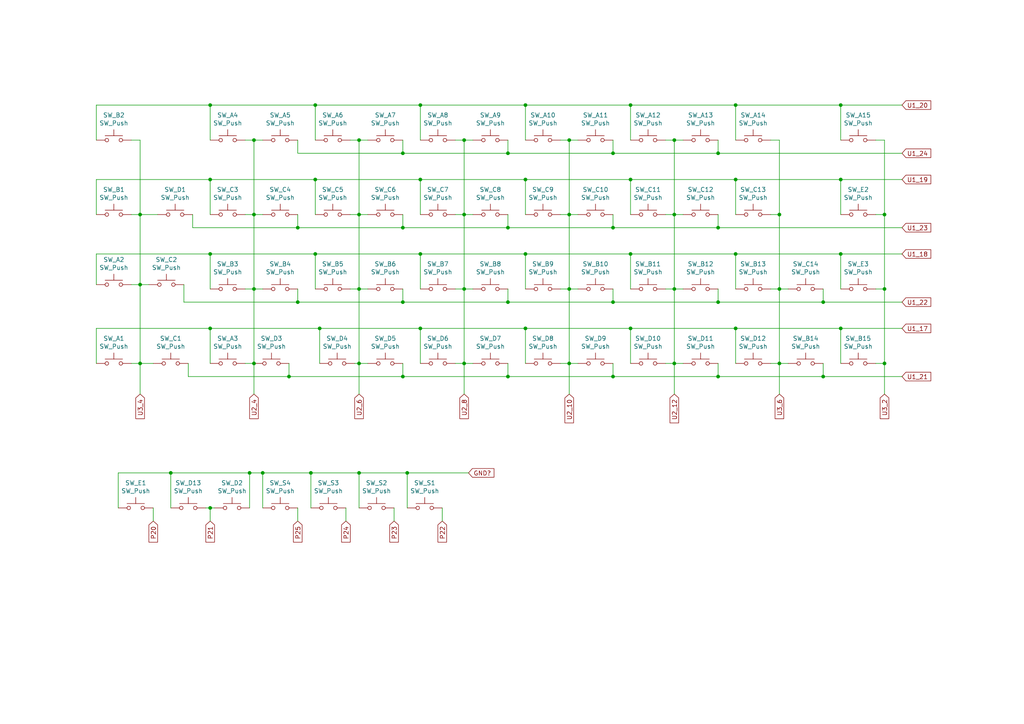
<source format=kicad_sch>
(kicad_sch (version 20211123) (generator eeschema)
  (paper "A4")
  (title_block (title "Olivetti 351010A LIV.6 BIS MOD3") (date "2022-04-13") (company "Olivetti"))
  (lib_symbols
    (symbol "Switch:SW_Push" (pin_numbers hide) (pin_names (offset 1.016) hide)
      (property "Reference" "SW" (at 1.27 2.54 0))
      (property "Value" "SW_Push" (at 0 -1.524 0))
      (symbol "SW_Push_0_1"
        (circle (center -2.032 0) (radius 0.508))
        (polyline (pts (xy 0 1.27) (xy 0 3.048)))
        (polyline (pts (xy 2.54 1.27) (xy -2.54 1.27)))
        (circle (center 2.032 0) (radius 0.508))
        (pin passive line (at -5.08 0 0) (length 2.54) (name "1") (number "1"))
        (pin passive line (at 5.08 0 180) (length 2.54) (name "2") (number "2"))
      )
    )
  )
  (junction (at 60.96 30.48))
  (junction (at 91.44 30.48))
  (junction (at 134.62 105.41))
  (junction (at 104.14 62.23))
  (junction (at 73.66 40.64))
  (junction (at 195.58 62.23))
  (junction (at 256.54 83.82))
  (junction (at 147.32 66.04))
  (junction (at 40.64 82.55))
  (junction (at 238.76 87.63))
  (junction (at 104.14 40.64))
  (junction (at 182.88 95.25))
  (junction (at 182.88 73.66))
  (junction (at 86.36 66.04))
  (junction (at 147.32 109.22))
  (junction (at 195.58 83.82))
  (junction (at 73.66 105.41))
  (junction (at 104.14 83.82))
  (junction (at 226.06 83.82))
  (junction (at 152.4 95.25))
  (junction (at 60.96 52.07))
  (junction (at 134.62 62.23))
  (junction (at 40.64 105.41))
  (junction (at 165.1 105.41))
  (junction (at 208.28 87.63))
  (junction (at 116.84 87.63))
  (junction (at 195.58 40.64))
  (junction (at 90.17 137.16))
  (junction (at 208.28 109.22))
  (junction (at 104.14 137.16))
  (junction (at 213.36 95.25))
  (junction (at 213.36 30.48))
  (junction (at 83.82 109.22))
  (junction (at 147.32 87.63))
  (junction (at 116.84 109.22))
  (junction (at 152.4 52.07))
  (junction (at 91.44 52.07))
  (junction (at 208.28 66.04))
  (junction (at 121.92 30.48))
  (junction (at 208.28 44.45))
  (junction (at 91.44 73.66))
  (junction (at 243.84 30.48))
  (junction (at 76.2 137.16))
  (junction (at 147.32 44.45))
  (junction (at 116.84 66.04))
  (junction (at 226.06 62.23))
  (junction (at 86.36 87.63))
  (junction (at 73.66 62.23))
  (junction (at 73.66 83.82))
  (junction (at 243.84 73.66))
  (junction (at 238.76 109.22))
  (junction (at 121.92 52.07))
  (junction (at 165.1 83.82))
  (junction (at 92.71 95.25))
  (junction (at 49.53 137.16))
  (junction (at 213.36 73.66))
  (junction (at 177.8 109.22))
  (junction (at 195.58 105.41))
  (junction (at 118.11 137.16))
  (junction (at 177.8 87.63))
  (junction (at 243.84 95.25))
  (junction (at 165.1 62.23))
  (junction (at 60.96 73.66))
  (junction (at 40.64 62.23))
  (junction (at 165.1 40.64))
  (junction (at 226.06 105.41))
  (junction (at 243.84 52.07))
  (junction (at 116.84 44.45))
  (junction (at 152.4 73.66))
  (junction (at 121.92 95.25))
  (junction (at 182.88 30.48))
  (junction (at 152.4 30.48))
  (junction (at 121.92 73.66))
  (junction (at 134.62 40.64))
  (junction (at 256.54 105.41))
  (junction (at 134.62 83.82))
  (junction (at 177.8 66.04))
  (junction (at 104.14 105.41))
  (junction (at 213.36 52.07))
  (junction (at 72.39 137.16))
  (junction (at 256.54 62.23))
  (junction (at 60.96 95.25))
  (junction (at 177.8 44.45))
  (junction (at 182.88 52.07))
  (junction (at 60.96 147.32))
  (wire (pts (xy 116.84 109.22) (xy 116.84 105.41)))
  (wire (pts (xy 55.88 66.04) (xy 86.36 66.04)))
  (wire (pts (xy 223.52 105.41) (xy 226.06 105.41)))
  (wire (pts (xy 54.61 105.41) (xy 54.61 109.22)))
  (wire (pts (xy 91.44 73.66) (xy 121.92 73.66)))
  (wire (pts (xy 60.96 95.25) (xy 92.71 95.25)))
  (wire (pts (xy 208.28 44.45) (xy 261.62 44.45)))
  (wire (pts (xy 147.32 83.82) (xy 147.32 87.63)))
  (wire (pts (xy 104.14 137.16) (xy 90.17 137.16)))
  (wire (pts (xy 213.36 73.66) (xy 243.84 73.66)))
  (wire (pts (xy 116.84 44.45) (xy 147.32 44.45)))
  (wire (pts (xy 165.1 83.82) (xy 165.1 105.41)))
  (wire (pts (xy 223.52 62.23) (xy 226.06 62.23)))
  (wire (pts (xy 152.4 95.25) (xy 182.88 95.25)))
  (wire (pts (xy 243.84 73.66) (xy 243.84 83.82)))
  (wire (pts (xy 121.92 95.25) (xy 121.92 105.41)))
  (wire (pts (xy 121.92 40.64) (xy 121.92 30.48)))
  (wire (pts (xy 86.36 151.13) (xy 86.36 147.32)))
  (wire (pts (xy 132.08 83.82) (xy 134.62 83.82)))
  (wire (pts (xy 104.14 105.41) (xy 104.14 114.3)))
  (wire (pts (xy 86.36 66.04) (xy 116.84 66.04)))
  (wire (pts (xy 177.8 66.04) (xy 208.28 66.04)))
  (wire (pts (xy 243.84 52.07) (xy 261.62 52.07)))
  (wire (pts (xy 86.36 62.23) (xy 86.36 66.04)))
  (wire (pts (xy 73.66 83.82) (xy 73.66 105.41)))
  (wire (pts (xy 162.56 83.82) (xy 165.1 83.82)))
  (wire (pts (xy 213.36 52.07) (xy 243.84 52.07)))
  (wire (pts (xy 256.54 83.82) (xy 254 83.82)))
  (wire (pts (xy 152.4 30.48) (xy 182.88 30.48)))
  (wire (pts (xy 116.84 62.23) (xy 116.84 66.04)))
  (wire (pts (xy 208.28 87.63) (xy 238.76 87.63)))
  (wire (pts (xy 243.84 95.25) (xy 261.62 95.25)))
  (wire (pts (xy 193.04 40.64) (xy 195.58 40.64)))
  (wire (pts (xy 177.8 44.45) (xy 177.8 40.64)))
  (wire (pts (xy 121.92 52.07) (xy 121.92 62.23)))
  (wire (pts (xy 40.64 82.55) (xy 43.18 82.55)))
  (wire (pts (xy 152.4 40.64) (xy 152.4 30.48)))
  (wire (pts (xy 165.1 105.41) (xy 167.64 105.41)))
  (wire (pts (xy 38.1 40.64) (xy 40.64 40.64)))
  (wire (pts (xy 59.69 147.32) (xy 60.96 147.32)))
  (wire (pts (xy 162.56 62.23) (xy 165.1 62.23)))
  (wire (pts (xy 213.36 95.25) (xy 213.36 105.41)))
  (wire (pts (xy 104.14 83.82) (xy 104.14 105.41)))
  (wire (pts (xy 55.88 62.23) (xy 55.88 66.04)))
  (wire (pts (xy 226.06 83.82) (xy 226.06 105.41)))
  (wire (pts (xy 213.36 95.25) (xy 243.84 95.25)))
  (wire (pts (xy 44.45 147.32) (xy 44.45 151.13)))
  (wire (pts (xy 147.32 62.23) (xy 147.32 66.04)))
  (wire (pts (xy 238.76 83.82) (xy 238.76 87.63)))
  (wire (pts (xy 101.6 83.82) (xy 104.14 83.82)))
  (wire (pts (xy 73.66 40.64) (xy 76.2 40.64)))
  (wire (pts (xy 132.08 62.23) (xy 134.62 62.23)))
  (wire (pts (xy 38.1 82.55) (xy 40.64 82.55)))
  (wire (pts (xy 71.12 62.23) (xy 73.66 62.23)))
  (wire (pts (xy 213.36 40.64) (xy 213.36 30.48)))
  (wire (pts (xy 213.36 73.66) (xy 213.36 83.82)))
  (wire (pts (xy 198.12 83.82) (xy 195.58 83.82)))
  (wire (pts (xy 193.04 62.23) (xy 195.58 62.23)))
  (wire (pts (xy 73.66 105.41) (xy 73.66 114.3)))
  (wire (pts (xy 91.44 52.07) (xy 91.44 62.23)))
  (wire (pts (xy 182.88 95.25) (xy 213.36 95.25)))
  (wire (pts (xy 121.92 95.25) (xy 152.4 95.25)))
  (wire (pts (xy 177.8 105.41) (xy 177.8 109.22)))
  (wire (pts (xy 177.8 83.82) (xy 177.8 87.63)))
  (wire (pts (xy 162.56 105.41) (xy 165.1 105.41)))
  (wire (pts (xy 116.84 83.82) (xy 116.84 87.63)))
  (wire (pts (xy 147.32 66.04) (xy 177.8 66.04)))
  (wire (pts (xy 134.62 40.64) (xy 134.62 62.23)))
  (wire (pts (xy 60.96 52.07) (xy 60.96 62.23)))
  (wire (pts (xy 147.32 44.45) (xy 147.32 40.64)))
  (wire (pts (xy 60.96 95.25) (xy 60.96 105.41)))
  (wire (pts (xy 152.4 30.48) (xy 121.92 30.48)))
  (wire (pts (xy 198.12 62.23) (xy 195.58 62.23)))
  (wire (pts (xy 177.8 87.63) (xy 208.28 87.63)))
  (wire (pts (xy 243.84 52.07) (xy 243.84 62.23)))
  (wire (pts (xy 182.88 52.07) (xy 213.36 52.07)))
  (wire (pts (xy 73.66 83.82) (xy 76.2 83.82)))
  (wire (pts (xy 256.54 83.82) (xy 256.54 105.41)))
  (wire (pts (xy 27.94 62.23) (xy 27.94 52.07)))
  (wire (pts (xy 152.4 73.66) (xy 182.88 73.66)))
  (wire (pts (xy 195.58 105.41) (xy 195.58 114.3)))
  (wire (pts (xy 72.39 137.16) (xy 76.2 137.16)))
  (wire (pts (xy 91.44 73.66) (xy 91.44 83.82)))
  (wire (pts (xy 60.96 73.66) (xy 91.44 73.66)))
  (wire (pts (xy 167.64 40.64) (xy 165.1 40.64)))
  (wire (pts (xy 147.32 109.22) (xy 147.32 105.41)))
  (wire (pts (xy 53.34 87.63) (xy 53.34 82.55)))
  (wire (pts (xy 40.64 40.64) (xy 40.64 62.23)))
  (wire (pts (xy 208.28 62.23) (xy 208.28 66.04)))
  (wire (pts (xy 71.12 105.41) (xy 73.66 105.41)))
  (wire (pts (xy 104.14 40.64) (xy 104.14 62.23)))
  (wire (pts (xy 118.11 137.16) (xy 135.89 137.16)))
  (wire (pts (xy 182.88 73.66) (xy 182.88 83.82)))
  (wire (pts (xy 40.64 62.23) (xy 40.64 82.55)))
  (wire (pts (xy 182.88 30.48) (xy 213.36 30.48)))
  (wire (pts (xy 132.08 40.64) (xy 134.62 40.64)))
  (wire (pts (xy 73.66 40.64) (xy 73.66 62.23)))
  (wire (pts (xy 38.1 105.41) (xy 40.64 105.41)))
  (wire (pts (xy 177.8 62.23) (xy 177.8 66.04)))
  (wire (pts (xy 40.64 82.55) (xy 40.64 105.41)))
  (wire (pts (xy 60.96 147.32) (xy 60.96 151.13)))
  (wire (pts (xy 86.36 40.64) (xy 86.36 44.45)))
  (wire (pts (xy 177.8 44.45) (xy 208.28 44.45)))
  (wire (pts (xy 256.54 105.41) (xy 254 105.41)))
  (wire (pts (xy 167.64 62.23) (xy 165.1 62.23)))
  (wire (pts (xy 40.64 62.23) (xy 45.72 62.23)))
  (wire (pts (xy 134.62 83.82) (xy 134.62 105.41)))
  (wire (pts (xy 102.87 105.41) (xy 104.14 105.41)))
  (wire (pts (xy 165.1 105.41) (xy 165.1 114.3)))
  (wire (pts (xy 208.28 109.22) (xy 238.76 109.22)))
  (wire (pts (xy 226.06 62.23) (xy 226.06 83.82)))
  (wire (pts (xy 72.39 137.16) (xy 72.39 147.32)))
  (wire (pts (xy 116.84 87.63) (xy 147.32 87.63)))
  (wire (pts (xy 147.32 44.45) (xy 177.8 44.45)))
  (wire (pts (xy 49.53 137.16) (xy 72.39 137.16)))
  (wire (pts (xy 243.84 95.25) (xy 243.84 105.41)))
  (wire (pts (xy 91.44 40.64) (xy 91.44 30.48)))
  (wire (pts (xy 49.53 137.16) (xy 49.53 147.32)))
  (wire (pts (xy 27.94 52.07) (xy 60.96 52.07)))
  (wire (pts (xy 165.1 62.23) (xy 165.1 83.82)))
  (wire (pts (xy 195.58 40.64) (xy 198.12 40.64)))
  (wire (pts (xy 238.76 105.41) (xy 238.76 109.22)))
  (wire (pts (xy 116.84 109.22) (xy 147.32 109.22)))
  (wire (pts (xy 208.28 105.41) (xy 208.28 109.22)))
  (wire (pts (xy 152.4 62.23) (xy 152.4 52.07)))
  (wire (pts (xy 213.36 30.48) (xy 243.84 30.48)))
  (wire (pts (xy 256.54 40.64) (xy 256.54 62.23)))
  (wire (pts (xy 152.4 73.66) (xy 152.4 83.82)))
  (wire (pts (xy 256.54 105.41) (xy 256.54 114.3)))
  (wire (pts (xy 128.27 151.13) (xy 128.27 147.32)))
  (wire (pts (xy 27.94 73.66) (xy 27.94 82.55)))
  (wire (pts (xy 193.04 83.82) (xy 195.58 83.82)))
  (wire (pts (xy 134.62 105.41) (xy 137.16 105.41)))
  (wire (pts (xy 27.94 95.25) (xy 27.94 105.41)))
  (wire (pts (xy 121.92 73.66) (xy 121.92 83.82)))
  (wire (pts (xy 121.92 52.07) (xy 152.4 52.07)))
  (wire (pts (xy 134.62 62.23) (xy 134.62 83.82)))
  (wire (pts (xy 152.4 95.25) (xy 152.4 105.41)))
  (wire (pts (xy 226.06 40.64) (xy 226.06 62.23)))
  (wire (pts (xy 104.14 105.41) (xy 106.68 105.41)))
  (wire (pts (xy 60.96 52.07) (xy 91.44 52.07)))
  (wire (pts (xy 193.04 105.41) (xy 195.58 105.41)))
  (wire (pts (xy 104.14 137.16) (xy 104.14 147.32)))
  (wire (pts (xy 86.36 44.45) (xy 116.84 44.45)))
  (wire (pts (xy 243.84 40.64) (xy 243.84 30.48)))
  (wire (pts (xy 208.28 66.04) (xy 261.62 66.04)))
  (wire (pts (xy 54.61 109.22) (xy 83.82 109.22)))
  (wire (pts (xy 152.4 52.07) (xy 182.88 52.07)))
  (wire (pts (xy 134.62 40.64) (xy 137.16 40.64)))
  (wire (pts (xy 101.6 62.23) (xy 104.14 62.23)))
  (wire (pts (xy 60.96 30.48) (xy 91.44 30.48)))
  (wire (pts (xy 256.54 62.23) (xy 256.54 83.82)))
  (wire (pts (xy 83.82 105.41) (xy 83.82 109.22)))
  (wire (pts (xy 92.71 95.25) (xy 121.92 95.25)))
  (wire (pts (xy 90.17 137.16) (xy 90.17 147.32)))
  (wire (pts (xy 101.6 40.64) (xy 104.14 40.64)))
  (wire (pts (xy 60.96 147.32) (xy 62.23 147.32)))
  (wire (pts (xy 60.96 40.64) (xy 60.96 30.48)))
  (wire (pts (xy 73.66 62.23) (xy 76.2 62.23)))
  (wire (pts (xy 121.92 73.66) (xy 152.4 73.66)))
  (wire (pts (xy 27.94 40.64) (xy 27.94 30.48)))
  (wire (pts (xy 34.29 137.16) (xy 34.29 147.32)))
  (wire (pts (xy 132.08 105.41) (xy 134.62 105.41)))
  (wire (pts (xy 213.36 52.07) (xy 213.36 62.23)))
  (wire (pts (xy 162.56 40.64) (xy 165.1 40.64)))
  (wire (pts (xy 167.64 83.82) (xy 165.1 83.82)))
  (wire (pts (xy 38.1 62.23) (xy 40.64 62.23)))
  (wire (pts (xy 104.14 62.23) (xy 106.68 62.23)))
  (wire (pts (xy 208.28 44.45) (xy 208.28 40.64)))
  (wire (pts (xy 198.12 105.41) (xy 195.58 105.41)))
  (wire (pts (xy 226.06 105.41) (xy 226.06 114.3)))
  (wire (pts (xy 92.71 95.25) (xy 92.71 105.41)))
  (wire (pts (xy 238.76 109.22) (xy 261.62 109.22)))
  (wire (pts (xy 27.94 30.48) (xy 60.96 30.48)))
  (wire (pts (xy 182.88 73.66) (xy 213.36 73.66)))
  (wire (pts (xy 243.84 73.66) (xy 261.62 73.66)))
  (wire (pts (xy 256.54 62.23) (xy 254 62.23)))
  (wire (pts (xy 114.3 151.13) (xy 114.3 147.32)))
  (wire (pts (xy 147.32 109.22) (xy 177.8 109.22)))
  (wire (pts (xy 121.92 30.48) (xy 91.44 30.48)))
  (wire (pts (xy 223.52 83.82) (xy 226.06 83.82)))
  (wire (pts (xy 76.2 137.16) (xy 76.2 147.32)))
  (wire (pts (xy 228.6 105.41) (xy 226.06 105.41)))
  (wire (pts (xy 34.29 137.16) (xy 49.53 137.16)))
  (wire (pts (xy 86.36 83.82) (xy 86.36 87.63)))
  (wire (pts (xy 60.96 73.66) (xy 60.96 83.82)))
  (wire (pts (xy 100.33 151.13) (xy 100.33 147.32)))
  (wire (pts (xy 195.58 83.82) (xy 195.58 105.41)))
  (wire (pts (xy 134.62 105.41) (xy 134.62 114.3)))
  (wire (pts (xy 256.54 40.64) (xy 254 40.64)))
  (wire (pts (xy 195.58 40.64) (xy 195.58 62.23)))
  (wire (pts (xy 116.84 66.04) (xy 147.32 66.04)))
  (wire (pts (xy 83.82 109.22) (xy 116.84 109.22)))
  (wire (pts (xy 76.2 137.16) (xy 90.17 137.16)))
  (wire (pts (xy 71.12 40.64) (xy 73.66 40.64)))
  (wire (pts (xy 228.6 83.82) (xy 226.06 83.82)))
  (wire (pts (xy 182.88 40.64) (xy 182.88 30.48)))
  (wire (pts (xy 118.11 137.16) (xy 118.11 147.32)))
  (wire (pts (xy 91.44 52.07) (xy 121.92 52.07)))
  (wire (pts (xy 223.52 40.64) (xy 226.06 40.64)))
  (wire (pts (xy 195.58 62.23) (xy 195.58 83.82)))
  (wire (pts (xy 104.14 83.82) (xy 106.68 83.82)))
  (wire (pts (xy 177.8 109.22) (xy 208.28 109.22)))
  (wire (pts (xy 165.1 40.64) (xy 165.1 62.23)))
  (wire (pts (xy 243.84 30.48) (xy 261.62 30.48)))
  (wire (pts (xy 104.14 137.16) (xy 118.11 137.16)))
  (wire (pts (xy 53.34 87.63) (xy 86.36 87.63)))
  (wire (pts (xy 182.88 95.25) (xy 182.88 105.41)))
  (wire (pts (xy 27.94 95.25) (xy 60.96 95.25)))
  (wire (pts (xy 116.84 44.45) (xy 116.84 40.64)))
  (wire (pts (xy 182.88 52.07) (xy 182.88 62.23)))
  (wire (pts (xy 238.76 87.63) (xy 261.62 87.63)))
  (wire (pts (xy 73.66 62.23) (xy 73.66 83.82)))
  (wire (pts (xy 40.64 114.3) (xy 40.64 105.41)))
  (wire (pts (xy 134.62 83.82) (xy 137.16 83.82)))
  (wire (pts (xy 27.94 73.66) (xy 60.96 73.66)))
  (wire (pts (xy 71.12 83.82) (xy 73.66 83.82)))
  (wire (pts (xy 104.14 40.64) (xy 106.68 40.64)))
  (wire (pts (xy 147.32 87.63) (xy 177.8 87.63)))
  (wire (pts (xy 208.28 83.82) (xy 208.28 87.63)))
  (wire (pts (xy 134.62 62.23) (xy 137.16 62.23)))
  (wire (pts (xy 40.64 105.41) (xy 44.45 105.41)))
  (wire (pts (xy 104.14 62.23) (xy 104.14 83.82)))
  (wire (pts (xy 86.36 87.63) (xy 116.84 87.63)))
  (global_label "P24" (shape input) (at 100.33 151.13 270) (property "Intersheet References" "${INTERSHEET_REFS}" (effects hide)))
  (global_label "U1_20" (shape input) (at 261.62 30.48 0) (property "Intersheet References" "${INTERSHEET_REFS}" (effects hide)))
  (global_label "U1_22" (shape input) (at 261.62 87.63 0) (property "Intersheet References" "${INTERSHEET_REFS}" (effects hide)))
  (global_label "P20" (shape input) (at 44.45 151.13 270) (property "Intersheet References" "${INTERSHEET_REFS}" (effects hide)))
  (global_label "U1_17" (shape input) (at 261.62 95.25 0) (property "Intersheet References" "${INTERSHEET_REFS}" (effects hide)))
  (global_label "U2_6" (shape input) (at 104.14 114.3 270) (property "Intersheet References" "${INTERSHEET_REFS}" (effects hide)))
  (global_label "U3_4" (shape input) (at 40.64 114.3 270) (property "Intersheet References" "${INTERSHEET_REFS}" (effects hide)))
  (global_label "U2_8" (shape input) (at 134.62 114.3 270) (property "Intersheet References" "${INTERSHEET_REFS}" (effects hide)))
  (global_label "U1_18" (shape input) (at 261.62 73.66 0) (property "Intersheet References" "${INTERSHEET_REFS}" (effects hide)))
  (global_label "U1_21" (shape input) (at 261.62 109.22 0) (property "Intersheet References" "${INTERSHEET_REFS}" (effects hide)))
  (global_label "GND?" (shape input) (at 135.89 137.16 0) (property "Intersheet References" "${INTERSHEET_REFS}" (effects hide)))
  (global_label "U1_24" (shape input) (at 261.62 44.45 0) (property "Intersheet References" "${INTERSHEET_REFS}" (effects hide)))
  (global_label "U2_4" (shape input) (at 73.66 114.3 270) (property "Intersheet References" "${INTERSHEET_REFS}" (effects hide)))
  (global_label "U3_2" (shape input) (at 256.54 114.3 270) (property "Intersheet References" "${INTERSHEET_REFS}" (effects hide)))
  (global_label "U3_6" (shape input) (at 226.06 114.3 270) (property "Intersheet References" "${INTERSHEET_REFS}" (effects hide)))
  (global_label "P21" (shape input) (at 60.96 151.13 270) (property "Intersheet References" "${INTERSHEET_REFS}" (effects hide)))
  (global_label "P25" (shape input) (at 86.36 151.13 270) (property "Intersheet References" "${INTERSHEET_REFS}" (effects hide)))
  (global_label "U1_19" (shape input) (at 261.62 52.07 0) (property "Intersheet References" "${INTERSHEET_REFS}" (effects hide)))
  (global_label "U2_10" (shape input) (at 165.1 114.3 270) (property "Intersheet References" "${INTERSHEET_REFS}" (effects hide)))
  (global_label "U2_12" (shape input) (at 195.58 114.3 270) (property "Intersheet References" "${INTERSHEET_REFS}" (effects hide)))
  (global_label "P22" (shape input) (at 128.27 151.13 270) (property "Intersheet References" "${INTERSHEET_REFS}" (effects hide)))
  (global_label "P23" (shape input) (at 114.3 151.13 270) (property "Intersheet References" "${INTERSHEET_REFS}" (effects hide)))
  (global_label "U1_23" (shape input) (at 261.62 66.04 0) (property "Intersheet References" "${INTERSHEET_REFS}" (effects hide)))
  (symbol (lib_id "Switch:SW_Push") (at 33.02 105.41 0) (unit 1)
    (property "Reference" "SW_A1" (at 33.02 98.171 0))
    (property "Value" "SW_Push" (at 33.02 100.4824 0))
  )
  (symbol (lib_id "Switch:SW_Push") (at 33.02 82.55 0) (unit 1)
    (property "Reference" "SW_A2" (at 33.02 75.311 0))
    (property "Value" "SW_Push" (at 33.02 77.6224 0))
  )
  (symbol (lib_id "Switch:SW_Push") (at 66.04 105.41 0) (unit 1)
    (property "Reference" "SW_A3" (at 66.04 98.171 0))
    (property "Value" "SW_Push" (at 66.04 100.4824 0))
  )
  (symbol (lib_id "Switch:SW_Push") (at 66.04 40.64 0) (unit 1)
    (property "Reference" "SW_A4" (at 66.04 33.401 0))
    (property "Value" "SW_Push" (at 66.04 35.7124 0))
  )
  (symbol (lib_id "Switch:SW_Push") (at 81.28 40.64 0) (unit 1)
    (property "Reference" "SW_A5" (at 81.28 33.401 0))
    (property "Value" "SW_Push" (at 81.28 35.7124 0))
  )
  (symbol (lib_id "Switch:SW_Push") (at 96.52 40.64 0) (unit 1)
    (property "Reference" "SW_A6" (at 96.52 33.401 0))
    (property "Value" "SW_Push" (at 96.52 35.7124 0))
  )
  (symbol (lib_id "Switch:SW_Push") (at 111.76 40.64 0) (unit 1)
    (property "Reference" "SW_A7" (at 111.76 33.401 0))
    (property "Value" "SW_Push" (at 111.76 35.7124 0))
  )
  (symbol (lib_id "Switch:SW_Push") (at 127 40.64 0) (unit 1)
    (property "Reference" "SW_A8" (at 127 33.401 0))
    (property "Value" "SW_Push" (at 127 35.7124 0))
  )
  (symbol (lib_id "Switch:SW_Push") (at 142.24 40.64 0) (unit 1)
    (property "Reference" "SW_A9" (at 142.24 33.401 0))
    (property "Value" "SW_Push" (at 142.24 35.7124 0))
  )
  (symbol (lib_id "Switch:SW_Push") (at 157.48 40.64 0) (unit 1)
    (property "Reference" "SW_A10" (at 157.48 33.401 0))
    (property "Value" "SW_Push" (at 157.48 35.7124 0))
  )
  (symbol (lib_id "Switch:SW_Push") (at 172.72 40.64 0) (unit 1)
    (property "Reference" "SW_A11" (at 172.72 33.401 0))
    (property "Value" "SW_Push" (at 172.72 35.7124 0))
  )
  (symbol (lib_id "Switch:SW_Push") (at 187.96 40.64 0) (unit 1)
    (property "Reference" "SW_A12" (at 187.96 33.401 0))
    (property "Value" "SW_Push" (at 187.96 35.7124 0))
  )
  (symbol (lib_id "Switch:SW_Push") (at 203.2 40.64 0) (unit 1)
    (property "Reference" "SW_A13" (at 203.2 33.401 0))
    (property "Value" "SW_Push" (at 203.2 35.7124 0))
  )
  (symbol (lib_id "Switch:SW_Push") (at 218.44 40.64 0) (unit 1)
    (property "Reference" "SW_A14" (at 218.44 33.401 0))
    (property "Value" "SW_Push" (at 218.44 35.7124 0))
  )
  (symbol (lib_id "Switch:SW_Push") (at 248.92 40.64 0) (unit 1)
    (property "Reference" "SW_A15" (at 248.92 33.401 0))
    (property "Value" "SW_Push" (at 248.92 35.7124 0))
  )
  (symbol (lib_id "Switch:SW_Push") (at 33.02 62.23 0) (unit 1)
    (property "Reference" "SW_B1" (at 33.02 54.991 0))
    (property "Value" "SW_Push" (at 33.02 57.3024 0))
  )
  (symbol (lib_id "Switch:SW_Push") (at 33.02 40.64 0) (unit 1)
    (property "Reference" "SW_B2" (at 33.02 33.401 0))
    (property "Value" "SW_Push" (at 33.02 35.7124 0))
  )
  (symbol (lib_id "Switch:SW_Push") (at 66.04 83.82 0) (unit 1)
    (property "Reference" "SW_B3" (at 66.04 76.581 0))
    (property "Value" "SW_Push" (at 66.04 78.8924 0))
  )
  (symbol (lib_id "Switch:SW_Push") (at 81.28 83.82 0) (unit 1)
    (property "Reference" "SW_B4" (at 81.28 76.581 0))
    (property "Value" "SW_Push" (at 81.28 78.8924 0))
  )
  (symbol (lib_id "Switch:SW_Push") (at 96.52 83.82 0) (unit 1)
    (property "Reference" "SW_B5" (at 96.52 76.581 0))
    (property "Value" "SW_Push" (at 96.52 78.8924 0))
  )
  (symbol (lib_id "Switch:SW_Push") (at 111.76 83.82 0) (unit 1)
    (property "Reference" "SW_B6" (at 111.76 76.581 0))
    (property "Value" "SW_Push" (at 111.76 78.8924 0))
  )
  (symbol (lib_id "Switch:SW_Push") (at 127 83.82 0) (unit 1)
    (property "Reference" "SW_B7" (at 127 76.581 0))
    (property "Value" "SW_Push" (at 127 78.8924 0))
  )
  (symbol (lib_id "Switch:SW_Push") (at 142.24 83.82 0) (unit 1)
    (property "Reference" "SW_B8" (at 142.24 76.581 0))
    (property "Value" "SW_Push" (at 142.24 78.8924 0))
  )
  (symbol (lib_id "Switch:SW_Push") (at 157.48 83.82 0) (unit 1)
    (property "Reference" "SW_B9" (at 157.48 76.581 0))
    (property "Value" "SW_Push" (at 157.48 78.8924 0))
  )
  (symbol (lib_id "Switch:SW_Push") (at 172.72 83.82 0) (unit 1)
    (property "Reference" "SW_B10" (at 172.72 76.581 0))
    (property "Value" "SW_Push" (at 172.72 78.8924 0))
  )
  (symbol (lib_id "Switch:SW_Push") (at 187.96 83.82 0) (unit 1)
    (property "Reference" "SW_B11" (at 187.96 76.581 0))
    (property "Value" "SW_Push" (at 187.96 78.8924 0))
  )
  (symbol (lib_id "Switch:SW_Push") (at 203.2 83.82 0) (unit 1)
    (property "Reference" "SW_B12" (at 203.2 76.581 0))
    (property "Value" "SW_Push" (at 203.2 78.8924 0))
  )
  (symbol (lib_id "Switch:SW_Push") (at 218.44 83.82 0) (unit 1)
    (property "Reference" "SW_B13" (at 218.44 76.581 0))
    (property "Value" "SW_Push" (at 218.44 78.8924 0))
  )
  (symbol (lib_id "Switch:SW_Push") (at 233.68 105.41 0) (unit 1)
    (property "Reference" "SW_B14" (at 233.68 98.171 0))
    (property "Value" "SW_Push" (at 233.68 100.4824 0))
  )
  (symbol (lib_id "Switch:SW_Push") (at 248.92 105.41 0) (unit 1)
    (property "Reference" "SW_B15" (at 248.92 98.171 0))
    (property "Value" "SW_Push" (at 248.92 100.4824 0))
  )
  (symbol (lib_id "Switch:SW_Push") (at 49.53 105.41 0) (unit 1)
    (property "Reference" "SW_C1" (at 49.53 98.171 0))
    (property "Value" "SW_Push" (at 49.53 100.4824 0))
  )
  (symbol (lib_id "Switch:SW_Push") (at 48.26 82.55 0) (unit 1)
    (property "Reference" "SW_C2" (at 48.26 75.311 0))
    (property "Value" "SW_Push" (at 48.26 77.6224 0))
  )
  (symbol (lib_id "Switch:SW_Push") (at 66.04 62.23 0) (unit 1)
    (property "Reference" "SW_C3" (at 66.04 54.991 0))
    (property "Value" "SW_Push" (at 66.04 57.3024 0))
  )
  (symbol (lib_id "Switch:SW_Push") (at 81.28 62.23 0) (unit 1)
    (property "Reference" "SW_C4" (at 81.28 54.991 0))
    (property "Value" "SW_Push" (at 81.28 57.3024 0))
  )
  (symbol (lib_id "Switch:SW_Push") (at 96.52 62.23 0) (unit 1)
    (property "Reference" "SW_C5" (at 96.52 54.991 0))
    (property "Value" "SW_Push" (at 96.52 57.3024 0))
  )
  (symbol (lib_id "Switch:SW_Push") (at 111.76 62.23 0) (unit 1)
    (property "Reference" "SW_C6" (at 111.76 54.991 0))
    (property "Value" "SW_Push" (at 111.76 57.3024 0))
  )
  (symbol (lib_id "Switch:SW_Push") (at 127 62.23 0) (unit 1)
    (property "Reference" "SW_C7" (at 127 54.991 0))
    (property "Value" "SW_Push" (at 127 57.3024 0))
  )
  (symbol (lib_id "Switch:SW_Push") (at 142.24 62.23 0) (unit 1)
    (property "Reference" "SW_C8" (at 142.24 54.991 0))
    (property "Value" "SW_Push" (at 142.24 57.3024 0))
  )
  (symbol (lib_id "Switch:SW_Push") (at 157.48 62.23 0) (unit 1)
    (property "Reference" "SW_C9" (at 157.48 54.991 0))
    (property "Value" "SW_Push" (at 157.48 57.3024 0))
  )
  (symbol (lib_id "Switch:SW_Push") (at 172.72 62.23 0) (unit 1)
    (property "Reference" "SW_C10" (at 172.72 54.991 0))
    (property "Value" "SW_Push" (at 172.72 57.3024 0))
  )
  (symbol (lib_id "Switch:SW_Push") (at 187.96 62.23 0) (unit 1)
    (property "Reference" "SW_C11" (at 187.96 54.991 0))
    (property "Value" "SW_Push" (at 187.96 57.3024 0))
  )
  (symbol (lib_id "Switch:SW_Push") (at 203.2 62.23 0) (unit 1)
    (property "Reference" "SW_C12" (at 203.2 54.991 0))
    (property "Value" "SW_Push" (at 203.2 57.3024 0))
  )
  (symbol (lib_id "Switch:SW_Push") (at 218.44 62.23 0) (unit 1)
    (property "Reference" "SW_C13" (at 218.44 54.991 0))
    (property "Value" "SW_Push" (at 218.44 57.3024 0))
  )
  (symbol (lib_id "Switch:SW_Push") (at 233.68 83.82 0) (unit 1)
    (property "Reference" "SW_C14" (at 233.68 76.581 0))
    (property "Value" "SW_Push" (at 233.68 78.8924 0))
  )
  (symbol (lib_id "Switch:SW_Push") (at 50.8 62.23 0) (unit 1)
    (property "Reference" "SW_D1" (at 50.8 54.991 0))
    (property "Value" "SW_Push" (at 50.8 57.3024 0))
  )
  (symbol (lib_id "Switch:SW_Push") (at 67.31 147.32 0) (unit 1)
    (property "Reference" "SW_D2" (at 67.31 140.081 0))
    (property "Value" "SW_Push" (at 67.31 142.3924 0))
  )
  (symbol (lib_id "Switch:SW_Push") (at 78.74 105.41 0) (unit 1)
    (property "Reference" "SW_D3" (at 78.74 98.171 0))
    (property "Value" "SW_Push" (at 78.74 100.4824 0))
  )
  (symbol (lib_id "Switch:SW_Push") (at 97.79 105.41 0) (unit 1)
    (property "Reference" "SW_D4" (at 97.79 98.171 0))
    (property "Value" "SW_Push" (at 97.79 100.4824 0))
  )
  (symbol (lib_id "Switch:SW_Push") (at 111.76 105.41 0) (unit 1)
    (property "Reference" "SW_D5" (at 111.76 98.171 0))
    (property "Value" "SW_Push" (at 111.76 100.4824 0))
  )
  (symbol (lib_id "Switch:SW_Push") (at 127 105.41 0) (unit 1)
    (property "Reference" "SW_D6" (at 127 98.171 0))
    (property "Value" "SW_Push" (at 127 100.4824 0))
  )
  (symbol (lib_id "Switch:SW_Push") (at 142.24 105.41 0) (unit 1)
    (property "Reference" "SW_D7" (at 142.24 98.171 0))
    (property "Value" "SW_Push" (at 142.24 100.4824 0))
  )
  (symbol (lib_id "Switch:SW_Push") (at 157.48 105.41 0) (unit 1)
    (property "Reference" "SW_D8" (at 157.48 98.171 0))
    (property "Value" "SW_Push" (at 157.48 100.4824 0))
  )
  (symbol (lib_id "Switch:SW_Push") (at 172.72 105.41 0) (unit 1)
    (property "Reference" "SW_D9" (at 172.72 98.171 0))
    (property "Value" "SW_Push" (at 172.72 100.4824 0))
  )
  (symbol (lib_id "Switch:SW_Push") (at 187.96 105.41 0) (unit 1)
    (property "Reference" "SW_D10" (at 187.96 98.171 0))
    (property "Value" "SW_Push" (at 187.96 100.4824 0))
  )
  (symbol (lib_id "Switch:SW_Push") (at 203.2 105.41 0) (unit 1)
    (property "Reference" "SW_D11" (at 203.2 98.171 0))
    (property "Value" "SW_Push" (at 203.2 100.4824 0))
  )
  (symbol (lib_id "Switch:SW_Push") (at 218.44 105.41 0) (unit 1)
    (property "Reference" "SW_D12" (at 218.44 98.171 0))
    (property "Value" "SW_Push" (at 218.44 100.4824 0))
  )
  (symbol (lib_id "Switch:SW_Push") (at 54.61 147.32 0) (unit 1)
    (property "Reference" "SW_D13" (at 54.61 140.081 0))
    (property "Value" "SW_Push" (at 54.61 142.3924 0))
  )
  (symbol (lib_id "Switch:SW_Push") (at 248.92 83.82 0) (unit 1)
    (property "Reference" "SW_E3" (at 248.92 76.581 0))
    (property "Value" "SW_Push" (at 248.92 78.8924 0))
  )
  (symbol (lib_id "Switch:SW_Push") (at 123.19 147.32 0) (unit 1)
    (property "Reference" "SW_S1" (at 123.19 140.081 0))
    (property "Value" "SW_Push" (at 123.19 142.3924 0))
  )
  (symbol (lib_id "Switch:SW_Push") (at 109.22 147.32 0) (unit 1)
    (property "Reference" "SW_S2" (at 109.22 140.081 0))
    (property "Value" "SW_Push" (at 109.22 142.3924 0))
  )
  (symbol (lib_id "Switch:SW_Push") (at 81.28 147.32 0) (unit 1)
    (property "Reference" "SW_S4" (at 81.28 140.081 0))
    (property "Value" "SW_Push" (at 81.28 142.3924 0))
  )
  (symbol (lib_id "Switch:SW_Push") (at 39.37 147.32 0) (unit 1)
    (property "Reference" "SW_E1" (at 39.37 140.081 0))
    (property "Value" "SW_Push" (at 39.37 142.3924 0))
  )
  (symbol (lib_id "Switch:SW_Push") (at 95.25 147.32 0) (unit 1)
    (property "Reference" "SW_S3" (at 95.25 140.081 0))
    (property "Value" "SW_Push" (at 95.25 142.3924 0))
  )
  (symbol (lib_id "Switch:SW_Push") (at 248.92 62.23 0) (unit 1)
    (property "Reference" "SW_E2" (at 248.92 54.991 0))
    (property "Value" "SW_Push" (at 248.92 57.3024 0))
  )
)
</source>
